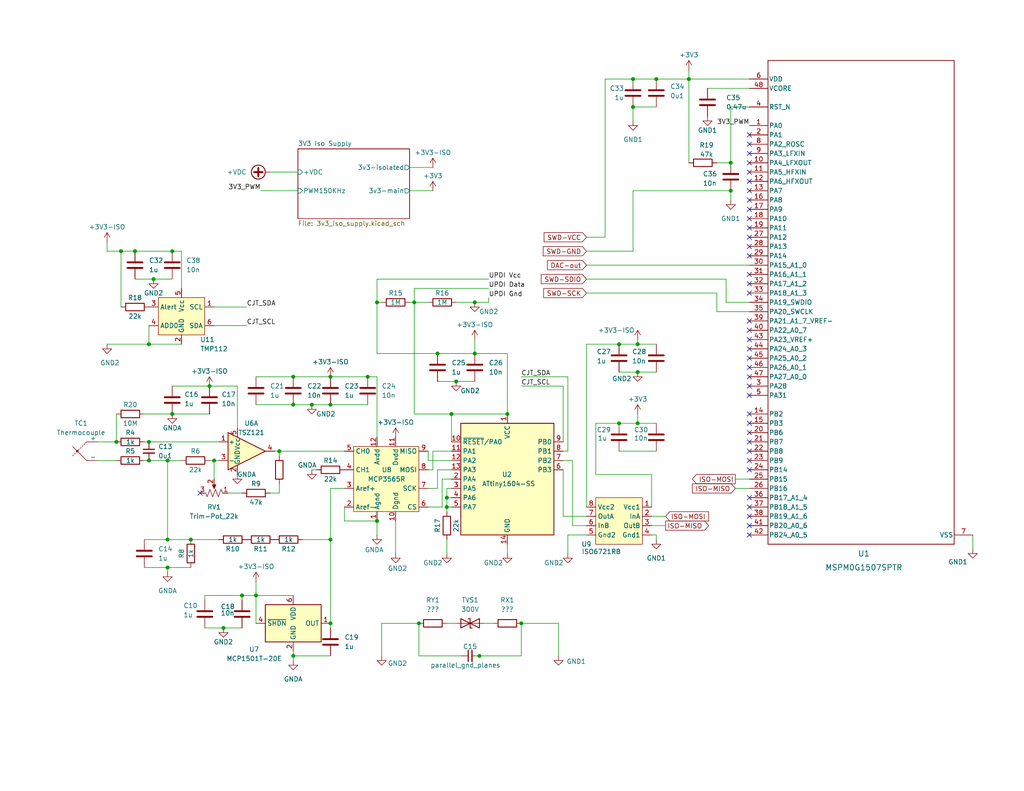
<source format=kicad_sch>
(kicad_sch (version 20231120) (generator "eeschema") (generator_version "8.0")
  (paper "USLetter")
  (lib_symbols
    (symbol "Amplifier_Operational:TSV912IDT" (pin_names (offset 0.127))
      (property "Reference" "U6" (at 1.27 7.62 0))
      (property "Value" "TSZ121" (at 1.27 5.08 0))
      (symbol "TSV912IDT_1_1"
        (polyline (pts (xy -5.08 5.08) (xy 5.08 0) (xy -5.08 -5.08) (xy -5.08 5.08)) (stroke (width 0.254)) (fill (type background)))
        (pin input line (at -7.62 2.54 0) (length 2.54) (name "+") (number "1"))
        (pin power_in line (at -2.54 -6.35 90) (length 2.54) (name "GND") (number "2"))
        (pin input line (at -7.62 -2.54 0) (length 2.54) (name "-") (number "3"))
        (pin output line (at 7.62 0 180) (length 2.54) (name "~") (number "4"))
        (pin power_in line (at -2.54 6.35 270) (length 2.54) (name "Vcc") (number "5"))
      )
      (symbol "TSV912IDT_2_1"
        (polyline (pts (xy -5.08 5.08) (xy 5.08 0) (xy -5.08 -5.08) (xy -5.08 5.08)) (stroke (width 0.254)) (fill (type background)))
        (pin input line (at -7.62 2.54 0) (length 2.54) (name "+") (number "5"))
        (pin input line (at -7.62 -2.54 0) (length 2.54) (name "-") (number "6"))
        (pin output line (at 7.62 0 180) (length 2.54) (name "~") (number "7"))
      )
      (symbol "TSV912IDT_3_1"
        (pin power_in line (at -2.54 -7.62 90) (length 3.81) (name "V-") (number "4"))
        (pin power_in line (at -2.54 7.62 270) (length 3.81) (name "V+") (number "8"))
      )
    )
    (symbol "Custom_parts:ISO6721RB"
      (property "Reference" "U?" (at 0 11.43 0))
      (property "Value" "ISO6721RB" (at 0 8.89 0))
      (symbol "ISO6721RB_0_1"
        (rectangle (start -6.35 6.35) (end 6.35 -6.35) (fill (type background)))
      )
      (symbol "ISO6721RB_1_1"
        (pin power_in line (at -8.89 3.81 0) (length 2.54) (name "Vcc1") (number "1"))
        (pin input line (at -8.89 1.27 0) (length 2.54) (name "InA") (number "2"))
        (pin input line (at -8.89 -1.27 0) (length 2.54) (name "OutB") (number "3"))
        (pin power_in line (at -8.89 -3.81 0) (length 2.54) (name "Gnd1") (number "4"))
        (pin power_in line (at 8.89 -3.81 180) (length 2.54) (name "Gnd2") (number "5"))
        (pin input line (at 8.89 -1.27 180) (length 2.54) (name "InB") (number "6"))
        (pin output line (at 8.89 1.27 180) (length 2.54) (name "OutA") (number "7"))
        (pin power_in line (at 8.89 3.81 180) (length 2.54) (name "Vcc2") (number "8"))
      )
    )
    (symbol "Custom_parts:MCP3565R"
      (property "Reference" "U8" (at 4.5594 13.97 0))
      (property "Value" "MCP3565R" (at 4.5594 11.43 0))
      (symbol "MCP3565R_0_1"
        (rectangle (start -8.89 8.89) (end 8.89 -8.89) (fill (type background)))
      )
      (symbol "MCP3565R_1_1"
        (pin power_in line (at -2.54 -11.43 90) (length 2.54) (name "Agnd") (number "1"))
        (pin power_in line (at 2.54 -11.43 90) (length 2.54) (name "Dgnd") (number "10"))
        (pin power_in line (at 2.54 11.43 270) (length 2.54) (name "Dvdd") (number "11"))
        (pin power_in line (at -2.54 11.43 270) (length 2.54) (name "Avdd") (number "12"))
        (pin input line (at -11.43 -7.62 0) (length 2.54) (name "Aref-") (number "2"))
        (pin input line (at -11.43 -2.54 0) (length 2.54) (name "Aref+") (number "3"))
        (pin input line (at -11.43 2.54 0) (length 2.54) (name "CH1") (number "4"))
        (pin input line (at -11.43 7.62 0) (length 2.54) (name "CH0") (number "5"))
        (pin input line (at 11.43 -7.62 180) (length 2.54) (name "CS") (number "6"))
        (pin input line (at 11.43 -2.54 180) (length 2.54) (name "SCK") (number "7"))
        (pin input line (at 11.43 2.54 180) (length 2.54) (name "MOSI") (number "8"))
        (pin output line (at 11.43 7.62 180) (length 2.54) (name "MISO") (number "9"))
      )
    )
    (symbol "Custom_parts:TMP112"
      (property "Reference" "U" (at 5.08 8.89 0))
      (property "Value" "TMP112" (at 5.08 6.35 0))
      (symbol "TMP112_0_1"
        (rectangle (start -6.35 5.08) (end 6.35 -5.08) (fill (type background)))
      )
      (symbol "TMP112_1_1"
        (pin bidirectional line (at 8.89 2.54 180) (length 2.54) (name "SCL") (number "1"))
        (pin power_in line (at 0 -7.62 90) (length 2.54) (name "GND") (number "2"))
        (pin output line (at -8.89 2.54 0) (length 2.54) (name "Alert") (number "3"))
        (pin input line (at -8.89 -2.54 0) (length 2.54) (name "ADD0") (number "4"))
        (pin power_in line (at 0 7.62 270) (length 2.54) (name "Vcc") (number "5"))
        (pin bidirectional line (at 8.89 -2.54 180) (length 2.54) (name "SDA") (number "6"))
      )
    )
    (symbol "Device:C" (pin_numbers hide) (pin_names (offset 0.254))
      (property "Reference" "C" (at 0.635 2.54 0))
      (property "Value" "C" (at 0.635 -2.54 0))
      (symbol "C_0_1"
        (polyline (pts (xy -2.032 -0.762) (xy 2.032 -0.762)) (stroke (width 0.508)))
        (polyline (pts (xy -2.032 0.762) (xy 2.032 0.762)) (stroke (width 0.508)))
      )
      (symbol "C_1_1"
        (pin passive line (at 0 3.81 270) (length 2.794) (name "~") (number "1"))
        (pin passive line (at 0 -3.81 90) (length 2.794) (name "~") (number "2"))
      )
    )
    (symbol "Device:C_Small" (pin_numbers hide) (pin_names (offset 0.254) hide)
      (property "Reference" "C" (at 0.254 1.778 0))
      (property "Value" "C_Small" (at 0.254 -2.032 0))
      (symbol "C_Small_0_1"
        (polyline (pts (xy -1.524 -0.508) (xy 1.524 -0.508)) (stroke (width 0.3302)))
        (polyline (pts (xy -1.524 0.508) (xy 1.524 0.508)) (stroke (width 0.3048)))
      )
      (symbol "C_Small_1_1"
        (pin passive line (at 0 2.54 270) (length 2.032) (name "~") (number "1"))
        (pin passive line (at 0 -2.54 90) (length 2.032) (name "~") (number "2"))
      )
    )
    (symbol "Device:D_TVS" (pin_numbers hide) (pin_names (offset 1.016) hide)
      (property "Reference" "D" (at 0 2.54 0))
      (property "Value" "D_TVS" (at 0 -2.54 0))
      (symbol "D_TVS_0_1"
        (polyline (pts (xy 1.27 0) (xy -1.27 0)))
        (polyline (pts (xy 0.508 1.27) (xy 0 1.27) (xy 0 -1.27) (xy -0.508 -1.27)) (stroke (width 0.254)))
        (polyline (pts (xy -2.54 1.27) (xy -2.54 -1.27) (xy 2.54 1.27) (xy 2.54 -1.27) (xy -2.54 1.27)) (stroke (width 0.254)))
      )
      (symbol "D_TVS_1_1"
        (pin passive line (at -3.81 0 0) (length 2.54) (name "A1") (number "1"))
        (pin passive line (at 3.81 0 180) (length 2.54) (name "A2") (number "2"))
      )
    )
    (symbol "Device:R" (pin_numbers hide) (pin_names (offset 0))
      (property "Reference" "R" (at 2.032 0 90))
      (property "Value" "R" (at 0 0 90))
      (symbol "R_0_1"
        (rectangle (start -1.016 -2.54) (end 1.016 2.54) (stroke (width 0.254)))
      )
      (symbol "R_1_1"
        (pin passive line (at 0 3.81 270) (length 1.27) (name "~") (number "1"))
        (pin passive line (at 0 -3.81 90) (length 1.27) (name "~") (number "2"))
      )
    )
    (symbol "Device:R_Potentiometer_US" (pin_names (offset 1.016) hide)
      (property "Reference" "RV" (at -4.445 0 90))
      (property "Value" "R_Potentiometer_US" (at -2.54 0 90))
      (symbol "R_Potentiometer_US_0_1"
        (polyline (pts (xy 0 -2.286) (xy 0 -2.54)))
        (polyline (pts (xy 0 2.54) (xy 0 2.286)))
        (polyline (pts (xy 2.54 0) (xy 1.524 0)))
        (polyline (pts (xy 1.143 0) (xy 2.286 0.508) (xy 2.286 -0.508) (xy 1.143 0)) (fill (type outline)))
        (polyline (pts (xy 0 -0.762) (xy 1.016 -1.143) (xy 0 -1.524) (xy -1.016 -1.905) (xy 0 -2.286)))
        (polyline (pts (xy 0 0.762) (xy 1.016 0.381) (xy 0 0) (xy -1.016 -0.381) (xy 0 -0.762)))
        (polyline (pts (xy 0 2.286) (xy 1.016 1.905) (xy 0 1.524) (xy -1.016 1.143) (xy 0 0.762)))
      )
      (symbol "R_Potentiometer_US_1_1"
        (pin passive line (at 0 3.81 270) (length 1.27) (name "1") (number "1"))
        (pin passive line (at 3.81 0 180) (length 1.27) (name "2") (number "2"))
        (pin passive line (at 0 -3.81 90) (length 1.27) (name "3") (number "3"))
      )
    )
    (symbol "Device:Thermocouple" (pin_numbers hide) (pin_names (offset 0))
      (property "Reference" "TC" (at -3.048 3.81 0))
      (property "Value" "Thermocouple" (at -5.08 -4.064 0))
      (symbol "Thermocouple_0_1"
        (circle (center -3.048 0) (radius 0.254) (fill (type outline)))
        (polyline (pts (xy -4.064 -1.016) (xy -4.318 -1.27)))
        (polyline (pts (xy -3.556 -0.508) (xy -3.81 -0.762)))
        (polyline (pts (xy -3.048 0) (xy -3.302 -0.254)))
        (polyline (pts (xy -2.54 0.508) (xy -2.794 0.254)))
        (polyline (pts (xy -2.032 1.016) (xy -2.286 0.762)))
        (polyline (pts (xy -1.524 1.524) (xy -1.778 1.27)))
        (polyline (pts (xy -1.016 2.032) (xy -1.27 1.778)))
        (polyline (pts (xy -0.508 2.54) (xy -0.762 2.286)))
        (polyline (pts (xy 0 -2.54) (xy -0.254 -2.54)))
        (polyline (pts (xy 0 2.54) (xy -0.508 2.54)))
        (polyline (pts (xy 0.254 -2.54) (xy -0.508 -2.54) (xy -4.318 1.27)))
      )
      (symbol "Thermocouple_1_1"
        (pin passive line (at 2.54 2.54 180) (length 2.54) (name "+") (number "1"))
        (pin passive line (at 2.54 -2.54 180) (length 2.54) (name "-") (number "2"))
      )
    )
    (symbol "MCU_Microchip_ATtiny:ATtiny1604-SS"
      (property "Reference" "U" (at -12.7 16.51 0))
      (property "Value" "ATtiny1604-SS" (at 2.54 -16.51 0))
      (symbol "ATtiny1604-SS_0_1"
        (rectangle (start -12.7 -15.24) (end 12.7 15.24) (stroke (width 0.254)) (fill (type background)))
      )
      (symbol "ATtiny1604-SS_1_1"
        (pin power_in line (at 0 17.78 270) (length 2.54) (name "VCC") (number "1"))
        (pin bidirectional line (at 15.24 10.16 180) (length 2.54) (name "~{RESET}/PA0") (number "10"))
        (pin bidirectional line (at 15.24 7.62 180) (length 2.54) (name "PA1") (number "11"))
        (pin bidirectional line (at 15.24 5.08 180) (length 2.54) (name "PA2") (number "12"))
        (pin bidirectional line (at 15.24 2.54 180) (length 2.54) (name "PA3") (number "13"))
        (pin power_in line (at 0 -17.78 90) (length 2.54) (name "GND") (number "14"))
        (pin bidirectional line (at 15.24 0 180) (length 2.54) (name "PA4") (number "2"))
        (pin bidirectional line (at 15.24 -2.54 180) (length 2.54) (name "PA5") (number "3"))
        (pin bidirectional line (at 15.24 -5.08 180) (length 2.54) (name "PA6") (number "4"))
        (pin bidirectional line (at 15.24 -7.62 180) (length 2.54) (name "PA7") (number "5"))
        (pin bidirectional line (at -15.24 2.54 0) (length 2.54) (name "PB3") (number "6"))
        (pin bidirectional line (at -15.24 5.08 0) (length 2.54) (name "PB2") (number "7"))
        (pin bidirectional line (at -15.24 7.62 0) (length 2.54) (name "PB1") (number "8"))
        (pin bidirectional line (at -15.24 10.16 0) (length 2.54) (name "PB0") (number "9"))
      )
    )
    (symbol "MSPM0G1507SPTR:MSPM0G1507SPTR" (pin_names (offset 0.254))
      (property "Reference" "U" (at 0 2.54 0))
      (property "Value" "MSPM0G1507SPTR" (at 0 0 0))
      (symbol "MSPM0G1507SPTR_0_1"
        (polyline (pts (xy 5.08 -127) (xy 55.88 -127)) (stroke (width 0.2032)))
        (polyline (pts (xy 5.08 5.08) (xy 5.08 -127)) (stroke (width 0.2032)))
        (polyline (pts (xy 55.88 -127) (xy 55.88 5.08)) (stroke (width 0.2032)))
        (polyline (pts (xy 55.88 5.08) (xy 5.08 5.08)) (stroke (width 0.2032)))
        (pin bidirectional line (at 0 -12.7 0) (length 5.08) (name "PA0") (number "1"))
        (pin bidirectional line (at 0 -22.86 0) (length 5.08) (name "PA4_LFXOUT") (number "10"))
        (pin bidirectional line (at 0 -25.4 0) (length 5.08) (name "PA5_HFXIN") (number "11"))
        (pin bidirectional line (at 0 -27.94 0) (length 5.08) (name "PA6_HFXOUT") (number "12"))
        (pin bidirectional line (at 0 -30.48 0) (length 5.08) (name "PA7") (number "13"))
        (pin bidirectional line (at 0 -91.44 0) (length 5.08) (name "PB2") (number "14"))
        (pin bidirectional line (at 0 -93.98 0) (length 5.08) (name "PB3") (number "15"))
        (pin bidirectional line (at 0 -33.02 0) (length 5.08) (name "PA8") (number "16"))
        (pin bidirectional line (at 0 -35.56 0) (length 5.08) (name "PA9") (number "17"))
        (pin bidirectional line (at 0 -38.1 0) (length 5.08) (name "PA10") (number "18"))
        (pin bidirectional line (at 0 -40.64 0) (length 5.08) (name "PA11") (number "19"))
        (pin bidirectional line (at 0 -15.24 0) (length 5.08) (name "PA1") (number "2"))
        (pin bidirectional line (at 0 -96.52 0) (length 5.08) (name "PB6") (number "20"))
        (pin bidirectional line (at 0 -99.06 0) (length 5.08) (name "PB7") (number "21"))
        (pin bidirectional line (at 0 -101.6 0) (length 5.08) (name "PB8") (number "22"))
        (pin bidirectional line (at 0 -104.14 0) (length 5.08) (name "PB9") (number "23"))
        (pin bidirectional line (at 0 -106.68 0) (length 5.08) (name "PB14") (number "24"))
        (pin bidirectional line (at 0 -109.22 0) (length 5.08) (name "PB15") (number "25"))
        (pin bidirectional line (at 0 -111.76 0) (length 5.08) (name "PB16") (number "26"))
        (pin bidirectional line (at 0 -43.18 0) (length 5.08) (name "PA12") (number "27"))
        (pin bidirectional line (at 0 -45.72 0) (length 5.08) (name "PA13") (number "28"))
        (pin bidirectional line (at 0 -48.26 0) (length 5.08) (name "PA14") (number "29"))
        (pin bidirectional line (at 0 -83.82 0) (length 5.08) (name "PA28") (number "3"))
        (pin bidirectional line (at 0 -50.8 0) (length 5.08) (name "PA15_A1_0") (number "30"))
        (pin bidirectional line (at 0 -53.34 0) (length 5.08) (name "PA16_A1_1") (number "31"))
        (pin bidirectional line (at 0 -55.88 0) (length 5.08) (name "PA17_A1_2") (number "32"))
        (pin bidirectional line (at 0 -58.42 0) (length 5.08) (name "PA18_A1_3") (number "33"))
        (pin bidirectional line (at 0 -60.96 0) (length 5.08) (name "PA19_SWDIO") (number "34"))
        (pin bidirectional line (at 0 -63.5 0) (length 5.08) (name "PA20_SWCLK") (number "35"))
        (pin bidirectional line (at 0 -114.3 0) (length 5.08) (name "PB17_A1_4") (number "36"))
        (pin bidirectional line (at 0 -116.84 0) (length 5.08) (name "PB18_A1_5") (number "37"))
        (pin bidirectional line (at 0 -119.38 0) (length 5.08) (name "PB19_A1_6") (number "38"))
        (pin bidirectional line (at 0 -66.04 0) (length 5.08) (name "PA21_A1_7_VREF-") (number "39"))
        (pin input line (at 0 -7.62 0) (length 5.08) (name "RST_N") (number "4"))
        (pin bidirectional line (at 0 -68.58 0) (length 5.08) (name "PA22_A0_7") (number "40"))
        (pin bidirectional line (at 0 -121.92 0) (length 5.08) (name "PB20_A0_6") (number "41"))
        (pin bidirectional line (at 0 -124.46 0) (length 5.08) (name "PB24_A0_5") (number "42"))
        (pin bidirectional line (at 0 -71.12 0) (length 5.08) (name "PA23_VREF+") (number "43"))
        (pin bidirectional line (at 0 -73.66 0) (length 5.08) (name "PA24_A0_3") (number "44"))
        (pin bidirectional line (at 0 -76.2 0) (length 5.08) (name "PA25_A0_2") (number "45"))
        (pin bidirectional line (at 0 -78.74 0) (length 5.08) (name "PA26_A0_1") (number "46"))
        (pin bidirectional line (at 0 -81.28 0) (length 5.08) (name "PA27_A0_0") (number "47"))
        (pin power_in line (at 0 -2.54 0) (length 5.08) (name "VCORE") (number "48"))
        (pin bidirectional line (at 0 -86.36 0) (length 5.08) (name "PA31") (number "5"))
        (pin power_in line (at 0 0 0) (length 5.08) (name "VDD") (number "6"))
        (pin power_in line (at 60.96 -124.46 180) (length 5.08) (name "VSS") (number "7"))
        (pin bidirectional line (at 0 -17.78 0) (length 5.08) (name "PA2_ROSC") (number "8"))
        (pin bidirectional line (at 0 -20.32 0) (length 5.08) (name "PA3_LFXIN") (number "9"))
      )
    )
    (symbol "Reference_Voltage:MCP1501-10xCH"
      (property "Reference" "U" (at -6.35 6.35 0))
      (property "Value" "MCP1501-10xCH" (at 10.16 6.35 0))
      (symbol "MCP1501-10xCH_0_0"
        (pin power_out line (at 10.16 0 180) (length 2.54) (name "OUT") (number "1"))
        (pin power_in line (at 0 -7.62 90) (length 2.54) (name "GND") (number "2"))
        (pin passive line (at 0 -7.62 90) (length 2.54) hide (name "GND") (number "3"))
        (pin input line (at -10.16 0 0) (length 2.54) (name "~{SHDN}") (number "4"))
        (pin passive line (at 0 -7.62 90) (length 2.54) hide (name "GND") (number "5"))
        (pin power_in line (at 0 7.62 270) (length 2.54) (name "VDD") (number "6"))
      )
      (symbol "MCP1501-10xCH_0_1"
        (rectangle (start -7.62 5.08) (end 7.62 -5.08) (stroke (width 0.254)) (fill (type background)))
      )
    )
    (symbol "power:+3V3" (power) (pin_numbers hide) (pin_names (offset 0) hide)
      (property "Value" "+3V3" (at 0 3.556 0))
      (symbol "+3V3_0_1"
        (polyline (pts (xy -0.762 1.27) (xy 0 2.54)))
        (polyline (pts (xy 0 0) (xy 0 2.54)))
        (polyline (pts (xy 0 2.54) (xy 0.762 1.27)))
      )
      (symbol "+3V3_1_1"
        (pin power_in line (at 0 0 90) (length 0) (name "~") (number "1"))
      )
    )
    (symbol "power:+VDC" (power) (pin_names (offset 0))
      (property "Value" "+VDC" (at 0 6.35 0))
      (symbol "+VDC_0_1"
        (polyline (pts (xy -1.143 3.175) (xy 1.143 3.175)) (stroke (width 0.508)))
        (polyline (pts (xy 0 0) (xy 0 1.27)))
        (polyline (pts (xy 0 2.032) (xy 0 4.318)) (stroke (width 0.508)))
        (circle (center 0 3.175) (radius 1.905) (stroke (width 0.254)))
      )
      (symbol "+VDC_1_1"
        (pin power_in line (at 0 0 90) (length 0) hide (name "+VDC") (number "1"))
      )
    )
    (symbol "power:GND1" (power) (pin_names (offset 0))
      (property "Value" "GND1" (at 0 -3.81 0))
      (symbol "GND1_0_1"
        (polyline (pts (xy 0 0) (xy 0 -1.27) (xy 1.27 -1.27) (xy 0 -2.54) (xy -1.27 -1.27) (xy 0 -1.27)))
      )
      (symbol "GND1_1_1"
        (pin power_in line (at 0 0 270) (length 0) hide (name "GND1") (number "1"))
      )
    )
    (symbol "power:GND2" (power) (pin_names (offset 0))
      (property "Value" "GND2" (at 0 -3.81 0))
      (symbol "GND2_0_1"
        (polyline (pts (xy 0 0) (xy 0 -1.27) (xy 1.27 -1.27) (xy 0 -2.54) (xy -1.27 -1.27) (xy 0 -1.27)))
      )
      (symbol "GND2_1_1"
        (pin power_in line (at 0 0 270) (length 0) hide (name "GND2") (number "1"))
      )
    )
    (symbol "power:GNDA" (power) (pin_names (offset 0))
      (property "Value" "GNDA" (at 0 -3.81 0))
      (symbol "GNDA_0_1"
        (polyline (pts (xy 0 0) (xy 0 -1.27) (xy 1.27 -1.27) (xy 0 -2.54) (xy -1.27 -1.27) (xy 0 -1.27)))
      )
      (symbol "GNDA_1_1"
        (pin power_in line (at 0 0 270) (length 0) hide (name "GNDA") (number "1"))
      )
    )
  )
  (junction (at 85.09 110.49))
  (junction (at 199.39 52.07))
  (junction (at 102.87 142.24))
  (junction (at 40.64 120.65))
  (junction (at 114.3 170.18))
  (junction (at 129.54 82.55))
  (junction (at 179.07 21.59))
  (junction (at 130.81 179.07))
  (junction (at 52.07 147.32))
  (junction (at 41.91 76.2))
  (junction (at 100.33 102.87))
  (junction (at 90.17 102.87))
  (junction (at 173.99 93.98))
  (junction (at 57.15 105.41))
  (junction (at 58.42 125.73))
  (junction (at 187.96 21.59))
  (junction (at 121.92 135.89))
  (junction (at 45.72 125.73))
  (junction (at 31.75 120.65))
  (junction (at 46.99 68.58))
  (junction (at 199.39 44.45))
  (junction (at 40.64 125.73))
  (junction (at 40.64 93.98))
  (junction (at 90.17 110.49))
  (junction (at 46.99 113.03))
  (junction (at 113.03 82.55))
  (junction (at 90.17 147.32))
  (junction (at 80.01 102.87))
  (junction (at 168.91 115.57))
  (junction (at 80.01 179.07))
  (junction (at 102.87 82.55))
  (junction (at 124.46 104.14))
  (junction (at 90.17 170.18))
  (junction (at 142.24 170.18))
  (junction (at 45.72 154.94))
  (junction (at 60.96 171.45))
  (junction (at 80.01 110.49))
  (junction (at 66.04 162.56))
  (junction (at 69.85 162.56))
  (junction (at 119.38 96.52))
  (junction (at 129.54 96.52))
  (junction (at 172.72 21.59))
  (junction (at 76.2 123.19))
  (junction (at 138.43 113.03))
  (junction (at 173.99 101.6))
  (junction (at 168.91 93.98))
  (junction (at 45.72 147.32))
  (junction (at 33.02 68.58))
  (junction (at 121.92 138.43))
  (junction (at 36.83 68.58))
  (junction (at 173.99 115.57))
  (junction (at 172.72 29.21))
  (junction (at 123.19 113.03))
  (no_connect (at 204.47 118.11))
  (no_connect (at 204.47 90.17))
  (no_connect (at 204.47 107.95))
  (no_connect (at 204.47 36.83))
  (no_connect (at 204.47 92.71))
  (no_connect (at 204.47 123.19))
  (no_connect (at 204.47 54.61))
  (no_connect (at 204.47 77.47))
  (no_connect (at 204.47 57.15))
  (no_connect (at 204.47 39.37))
  (no_connect (at 204.47 113.03))
  (no_connect (at 204.47 100.33))
  (no_connect (at 204.47 62.23))
  (no_connect (at 204.47 95.25))
  (no_connect (at 204.47 74.93))
  (no_connect (at 204.47 128.27))
  (no_connect (at 204.47 115.57))
  (no_connect (at 204.47 46.99))
  (no_connect (at 204.47 80.01))
  (no_connect (at 204.47 49.53))
  (no_connect (at 204.47 146.05))
  (no_connect (at 204.47 138.43))
  (no_connect (at 204.47 135.89))
  (no_connect (at 204.47 41.91))
  (no_connect (at 204.47 102.87))
  (no_connect (at 204.47 44.45))
  (no_connect (at 54.61 134.62))
  (no_connect (at 204.47 52.07))
  (no_connect (at 204.47 67.31))
  (no_connect (at 204.47 97.79))
  (no_connect (at 204.47 69.85))
  (no_connect (at 204.47 105.41))
  (no_connect (at 204.47 125.73))
  (no_connect (at 204.47 59.69))
  (no_connect (at 204.47 64.77))
  (no_connect (at 204.47 140.97))
  (no_connect (at 204.47 87.63))
  (no_connect (at 204.47 143.51))
  (no_connect (at 204.47 120.65))
  (wire (pts (xy 121.92 147.32) (xy 121.92 151.13)))
  (wire (pts (xy 123.19 113.03) (xy 123.19 120.65)))
  (wire (pts (xy 118.11 123.19) (xy 123.19 123.19)))
  (wire (pts (xy 179.07 21.59) (xy 187.96 21.59)))
  (wire (pts (xy 102.87 146.05) (xy 102.87 142.24)))
  (wire (pts (xy 46.99 113.03) (xy 57.15 113.03)))
  (wire (pts (xy 69.85 162.56) (xy 69.85 158.75)))
  (wire (pts (xy 90.17 133.35) (xy 90.17 147.32)))
  (wire (pts (xy 93.98 142.24) (xy 102.87 142.24)))
  (wire (pts (xy 153.67 128.27) (xy 153.67 140.97)))
  (wire (pts (xy 45.72 125.73) (xy 49.53 125.73)))
  (wire (pts (xy 90.17 171.45) (xy 90.17 170.18)))
  (wire (pts (xy 138.43 113.03) (xy 138.43 96.52)))
  (wire (pts (xy 102.87 82.55) (xy 102.87 76.2)))
  (wire (pts (xy 116.84 125.73) (xy 123.19 125.73)))
  (wire (pts (xy 160.02 146.05) (xy 154.94 146.05)))
  (wire (pts (xy 152.4 179.07) (xy 152.4 170.18)))
  (wire (pts (xy 116.84 138.43) (xy 120.65 138.43)))
  (wire (pts (xy 40.64 125.73) (xy 45.72 125.73)))
  (wire (pts (xy 36.83 68.58) (xy 46.99 68.58)))
  (wire (pts (xy 45.72 154.94) (xy 45.72 156.21)))
  (wire (pts (xy 265.43 149.86) (xy 265.43 146.05)))
  (wire (pts (xy 57.15 105.41) (xy 64.77 105.41)))
  (wire (pts (xy 31.75 113.03) (xy 31.75 120.65)))
  (wire (pts (xy 179.07 21.59) (xy 172.72 21.59)))
  (wire (pts (xy 58.42 125.73) (xy 59.69 125.73)))
  (wire (pts (xy 69.85 102.87) (xy 80.01 102.87)))
  (wire (pts (xy 33.02 83.82) (xy 33.02 68.58)))
  (wire (pts (xy 121.92 135.89) (xy 123.19 135.89)))
  (wire (pts (xy 124.46 170.18) (xy 121.92 170.18)))
  (wire (pts (xy 130.81 179.07) (xy 142.24 179.07)))
  (wire (pts (xy 26.67 120.65) (xy 31.75 120.65)))
  (wire (pts (xy 113.03 82.55) (xy 113.03 78.74)))
  (wire (pts (xy 113.03 113.03) (xy 123.19 113.03)))
  (wire (pts (xy 55.88 171.45) (xy 60.96 171.45)))
  (wire (pts (xy 39.37 113.03) (xy 46.99 113.03)))
  (wire (pts (xy 55.88 162.56) (xy 55.88 163.83)))
  (wire (pts (xy 40.64 120.65) (xy 59.69 120.65)))
  (wire (pts (xy 168.91 115.57) (xy 173.99 115.57)))
  (wire (pts (xy 49.53 68.58) (xy 46.99 68.58)))
  (wire (pts (xy 154.94 102.87) (xy 142.24 102.87)))
  (wire (pts (xy 121.92 135.89) (xy 121.92 138.43)))
  (wire (pts (xy 121.92 138.43) (xy 121.92 139.7)))
  (wire (pts (xy 120.65 138.43) (xy 120.65 130.81)))
  (wire (pts (xy 107.95 142.24) (xy 107.95 151.13)))
  (wire (pts (xy 162.56 115.57) (xy 168.91 115.57)))
  (wire (pts (xy 66.04 162.56) (xy 69.85 162.56)))
  (wire (pts (xy 173.99 101.6) (xy 179.07 101.6)))
  (wire (pts (xy 80.01 110.49) (xy 85.09 110.49)))
  (wire (pts (xy 114.3 179.07) (xy 114.3 170.18)))
  (wire (pts (xy 46.99 105.41) (xy 57.15 105.41)))
  (wire (pts (xy 154.94 102.87) (xy 154.94 123.19)))
  (wire (pts (xy 193.04 24.13) (xy 204.47 24.13)))
  (wire (pts (xy 113.03 78.74) (xy 133.35 78.74)))
  (wire (pts (xy 195.58 80.01) (xy 195.58 85.09)))
  (wire (pts (xy 49.53 78.74) (xy 49.53 68.58)))
  (wire (pts (xy 119.38 133.35) (xy 119.38 128.27)))
  (wire (pts (xy 80.01 179.07) (xy 80.01 177.8)))
  (wire (pts (xy 119.38 128.27) (xy 123.19 128.27)))
  (wire (pts (xy 177.8 129.54) (xy 162.56 129.54)))
  (wire (pts (xy 111.76 82.55) (xy 113.03 82.55)))
  (wire (pts (xy 102.87 96.52) (xy 119.38 96.52)))
  (wire (pts (xy 154.94 146.05) (xy 154.94 151.13)))
  (wire (pts (xy 76.2 134.62) (xy 76.2 132.08)))
  (wire (pts (xy 172.72 68.58) (xy 172.72 52.07)))
  (wire (pts (xy 40.64 93.98) (xy 49.53 93.98)))
  (wire (pts (xy 187.96 21.59) (xy 204.47 21.59)))
  (wire (pts (xy 123.19 113.03) (xy 138.43 113.03)))
  (wire (pts (xy 187.96 19.05) (xy 187.96 21.59)))
  (wire (pts (xy 69.85 162.56) (xy 69.85 170.18)))
  (wire (pts (xy 104.14 82.55) (xy 102.87 82.55)))
  (wire (pts (xy 133.35 81.28) (xy 133.35 82.55)))
  (wire (pts (xy 73.66 46.99) (xy 81.28 46.99)))
  (wire (pts (xy 154.94 123.19) (xy 153.67 123.19)))
  (wire (pts (xy 177.8 143.51) (xy 181.61 143.51)))
  (wire (pts (xy 142.24 179.07) (xy 142.24 170.18)))
  (wire (pts (xy 142.24 105.41) (xy 153.67 105.41)))
  (wire (pts (xy 179.07 147.32) (xy 179.07 146.05)))
  (wire (pts (xy 195.58 44.45) (xy 199.39 44.45)))
  (wire (pts (xy 160.02 93.98) (xy 168.91 93.98)))
  (wire (pts (xy 39.37 154.94) (xy 45.72 154.94)))
  (wire (pts (xy 39.37 147.32) (xy 45.72 147.32)))
  (wire (pts (xy 132.08 170.18) (xy 134.62 170.18)))
  (wire (pts (xy 29.21 68.58) (xy 29.21 66.04)))
  (wire (pts (xy 58.42 130.81) (xy 58.42 125.73)))
  (wire (pts (xy 172.72 29.21) (xy 172.72 33.02)))
  (wire (pts (xy 173.99 92.71) (xy 173.99 93.98)))
  (wire (pts (xy 179.07 146.05) (xy 177.8 146.05)))
  (wire (pts (xy 160.02 72.39) (xy 204.47 72.39)))
  (wire (pts (xy 121.92 138.43) (xy 123.19 138.43)))
  (wire (pts (xy 45.72 125.73) (xy 45.72 147.32)))
  (wire (pts (xy 116.84 128.27) (xy 118.11 128.27)))
  (wire (pts (xy 160.02 64.77) (xy 165.1 64.77)))
  (wire (pts (xy 102.87 96.52) (xy 102.87 82.55)))
  (wire (pts (xy 41.91 76.2) (xy 46.99 76.2)))
  (wire (pts (xy 113.03 113.03) (xy 113.03 82.55)))
  (wire (pts (xy 40.64 88.9) (xy 40.64 93.98)))
  (wire (pts (xy 104.14 170.18) (xy 114.3 170.18)))
  (wire (pts (xy 165.1 64.77) (xy 165.1 21.59)))
  (wire (pts (xy 200.66 133.35) (xy 204.47 133.35)))
  (wire (pts (xy 125.73 179.07) (xy 114.3 179.07)))
  (wire (pts (xy 36.83 76.2) (xy 41.91 76.2)))
  (wire (pts (xy 116.84 133.35) (xy 119.38 133.35)))
  (wire (pts (xy 138.43 96.52) (xy 129.54 96.52)))
  (wire (pts (xy 156.21 143.51) (xy 160.02 143.51)))
  (wire (pts (xy 173.99 93.98) (xy 179.07 93.98)))
  (wire (pts (xy 93.98 138.43) (xy 93.98 142.24)))
  (wire (pts (xy 199.39 54.61) (xy 199.39 52.07)))
  (wire (pts (xy 39.37 120.65) (xy 40.64 120.65)))
  (wire (pts (xy 39.37 125.73) (xy 40.64 125.73)))
  (wire (pts (xy 124.46 82.55) (xy 129.54 82.55)))
  (wire (pts (xy 168.91 123.19) (xy 179.07 123.19)))
  (wire (pts (xy 177.8 129.54) (xy 177.8 138.43)))
  (wire (pts (xy 102.87 102.87) (xy 100.33 102.87)))
  (wire (pts (xy 156.21 125.73) (xy 156.21 143.51)))
  (wire (pts (xy 33.02 68.58) (xy 36.83 68.58)))
  (wire (pts (xy 133.35 76.2) (xy 102.87 76.2)))
  (wire (pts (xy 76.2 123.19) (xy 93.98 123.19)))
  (wire (pts (xy 82.55 147.32) (xy 90.17 147.32)))
  (wire (pts (xy 55.88 162.56) (xy 66.04 162.56)))
  (wire (pts (xy 187.96 21.59) (xy 187.96 44.45)))
  (wire (pts (xy 119.38 104.14) (xy 124.46 104.14)))
  (wire (pts (xy 80.01 180.34) (xy 80.01 179.07)))
  (wire (pts (xy 85.09 110.49) (xy 90.17 110.49)))
  (wire (pts (xy 181.61 140.97) (xy 177.8 140.97)))
  (wire (pts (xy 64.77 105.41) (xy 64.77 116.84)))
  (wire (pts (xy 124.46 104.14) (xy 129.54 104.14)))
  (wire (pts (xy 129.54 179.07) (xy 130.81 179.07)))
  (wire (pts (xy 104.14 179.07) (xy 104.14 170.18)))
  (wire (pts (xy 129.54 82.55) (xy 133.35 82.55)))
  (wire (pts (xy 45.72 147.32) (xy 52.07 147.32)))
  (wire (pts (xy 142.24 170.18) (xy 152.4 170.18)))
  (wire (pts (xy 76.2 123.19) (xy 74.93 123.19)))
  (wire (pts (xy 173.99 113.03) (xy 173.99 115.57)))
  (wire (pts (xy 204.47 29.21) (xy 199.39 29.21)))
  (wire (pts (xy 204.47 130.81) (xy 200.66 130.81)))
  (wire (pts (xy 198.12 76.2) (xy 198.12 82.55)))
  (wire (pts (xy 52.07 147.32) (xy 59.69 147.32)))
  (wire (pts (xy 73.66 134.62) (xy 76.2 134.62)))
  (wire (pts (xy 160.02 138.43) (xy 160.02 93.98)))
  (wire (pts (xy 111.76 45.72) (xy 118.11 45.72)))
  (wire (pts (xy 69.85 110.49) (xy 80.01 110.49)))
  (wire (pts (xy 119.38 96.52) (xy 129.54 96.52)))
  (wire (pts (xy 111.76 52.07) (xy 118.11 52.07)))
  (wire (pts (xy 123.19 133.35) (xy 121.92 133.35)))
  (wire (pts (xy 168.91 93.98) (xy 173.99 93.98)))
  (wire (pts (xy 195.58 85.09) (xy 204.47 85.09)))
  (wire (pts (xy 162.56 129.54) (xy 162.56 115.57)))
  (wire (pts (xy 121.92 133.35) (xy 121.92 135.89)))
  (wire (pts (xy 173.99 115.57) (xy 179.07 115.57)))
  (wire (pts (xy 118.11 128.27) (xy 118.11 123.19)))
  (wire (pts (xy 57.15 125.73) (xy 58.42 125.73)))
  (wire (pts (xy 160.02 76.2) (xy 198.12 76.2)))
  (wire (pts (xy 120.65 130.81) (xy 123.19 130.81)))
  (wire (pts (xy 29.21 93.98) (xy 40.64 93.98)))
  (wire (pts (xy 76.2 124.46) (xy 76.2 123.19)))
  (wire (pts (xy 90.17 133.35) (xy 93.98 133.35)))
  (wire (pts (xy 66.04 162.56) (xy 66.04 163.83)))
  (wire (pts (xy 160.02 68.58) (xy 172.72 68.58)))
  (wire (pts (xy 153.67 140.97) (xy 160.02 140.97)))
  (wire (pts (xy 129.54 92.71) (xy 129.54 96.52)))
  (wire (pts (xy 69.85 162.56) (xy 80.01 162.56)))
  (wire (pts (xy 90.17 102.87) (xy 100.33 102.87)))
  (wire (pts (xy 168.91 101.6) (xy 173.99 101.6)))
  (wire (pts (xy 90.17 110.49) (xy 100.33 110.49)))
  (wire (pts (xy 58.42 88.9) (xy 67.31 88.9)))
  (wire (pts (xy 58.42 83.82) (xy 67.31 83.82)))
  (wire (pts (xy 199.39 29.21) (xy 199.39 44.45)))
  (wire (pts (xy 116.84 123.19) (xy 116.84 125.73)))
  (wire (pts (xy 153.67 125.73) (xy 156.21 125.73)))
  (wire (pts (xy 45.72 154.94) (xy 52.07 154.94)))
  (wire (pts (xy 172.72 52.07) (xy 199.39 52.07)))
  (wire (pts (xy 102.87 119.38) (xy 102.87 102.87)))
  (wire (pts (xy 172.72 29.21) (xy 179.07 29.21)))
  (wire (pts (xy 138.43 151.13) (xy 138.43 148.59)))
  (wire (pts (xy 113.03 82.55) (xy 116.84 82.55)))
  (wire (pts (xy 62.23 134.62) (xy 66.04 134.62)))
  (wire (pts (xy 80.01 179.07) (xy 90.17 179.07)))
  (wire (pts (xy 153.67 105.41) (xy 153.67 120.65)))
  (wire (pts (xy 71.12 52.07) (xy 81.28 52.07)))
  (wire (pts (xy 60.96 171.45) (xy 66.04 171.45)))
  (wire (pts (xy 198.12 82.55) (xy 204.47 82.55)))
  (wire (pts (xy 29.21 68.58) (xy 33.02 68.58)))
  (wire (pts (xy 90.17 147.32) (xy 90.17 170.18)))
  (wire (pts (xy 80.01 102.87) (xy 90.17 102.87)))
  (wire (pts (xy 160.02 80.01) (xy 195.58 80.01)))
  (wire (pts (xy 26.67 125.73) (xy 31.75 125.73)))
  (wire (pts (xy 86.36 128.27) (xy 85.09 128.27)))
  (wire (pts (xy 165.1 21.59) (xy 172.72 21.59)))
  (label "CJT_SDA" (at 142.24 102.87 0))
  (label "UPDI Vcc" (at 133.35 76.2 0))
  (label "CJT_SDA" (at 67.31 83.82 0))
  (label "UPDI Data" (at 133.35 78.74 0))
  (label "CJT_SCL" (at 142.24 105.41 0))
  (label "3V3_PWM" (at 71.12 52.07 180))
  (label "3V3_PWM" (at 204.47 34.29 180))
  (label "CJT_SCL" (at 67.31 88.9 0))
  (label "UPDI Gnd" (at 133.35 81.28 0))
  (global_label "SWD-SDIO" (shape input) (at 160.02 76.2 180) (property "Intersheetrefs" "${INTERSHEET_REFS}" (effects (hide yes))))
  (global_label "ISO-MOSI" (shape output) (at 200.66 130.81 180) (property "Intersheetrefs" "${INTERSHEET_REFS}" (effects (hide yes))))
  (global_label "SWD-SCK" (shape input) (at 160.02 80.01 180) (property "Intersheetrefs" "${INTERSHEET_REFS}" (effects (hide yes))))
  (global_label "DAC-out" (shape input) (at 160.02 72.39 180) (property "Intersheetrefs" "${INTERSHEET_REFS}" (effects (hide yes))))
  (global_label "ISO-MISO" (shape input) (at 200.66 133.35 180) (property "Intersheetrefs" "${INTERSHEET_REFS}" (effects (hide yes))))
  (global_label "SWD-VCC" (shape input) (at 160.02 64.77 180) (property "Intersheetrefs" "${INTERSHEET_REFS}" (effects (hide yes))))
  (global_label "ISO-MOSI" (shape input) (at 181.61 140.97 0) (property "Intersheetrefs" "${INTERSHEET_REFS}" (effects (hide yes))))
  (global_label "SWD-GND" (shape input) (at 160.02 68.58 180) (property "Intersheetrefs" "${INTERSHEET_REFS}" (effects (hide yes))))
  (global_label "ISO-MISO" (shape output) (at 181.61 143.51 0) (property "Intersheetrefs" "${INTERSHEET_REFS}" (effects (hide yes))))
  (symbol (lib_id "Device:R") (at 76.2 128.27 180) (unit 1)
    (property "Reference" "R7" (effects (hide yes)))
    (property "Value" "470k" (effects (hide yes)))
  )
  (symbol (lib_id "Device:R") (at 107.95 82.55 90) (unit 1)
    (property "Reference" "R15" (at 107.95 80.01 90))
    (property "Value" "1M" (at 107.95 82.55 90))
  )
  (symbol (lib_id "power:GNDA") (at 85.09 128.27 0) (unit 1)
    (property "Reference" "#PWR05" (effects (hide yes)))
    (property "Value" "GNDA" (at 83.82 127 0))
  )
  (symbol (lib_id "Device:Thermocouple") (at 24.13 123.19 0) (unit 1)
    (property "Reference" "TC1" (at 22.098 115.57 0))
    (property "Value" "Thermocouple" (at 22.098 118.11 0))
  )
  (symbol (lib_id "Device:C") (at 39.37 151.13 0) (unit 1)
    (property "Reference" "C14" (at 43.18 149.8599 0) (effects (justify left)))
    (property "Value" "1u" (at 43.18 152.3999 0) (effects (justify left)))
  )
  (symbol (lib_id "power:GND2") (at 173.99 101.6 0) (unit 1)
    (property "Reference" "#PWR035" (effects (hide yes)))
    (property "Value" "GND2" (at 169.672 103.378 0))
  )
  (symbol (lib_id "power:GND2") (at 129.54 82.55 0) (unit 1)
    (property "Reference" "#PWR037" (effects (hide yes)))
    (property "Value" "GND2" (at 133.35 85.09 0))
  )
  (symbol (lib_id "power:GNDA") (at 45.72 156.21 0) (unit 1)
    (property "Reference" "#PWR01" (effects (hide yes)))
    (property "Value" "GNDA" (at 45.72 161.29 0))
  )
  (symbol (lib_id "power:GND1") (at 179.07 147.32 0) (unit 1)
    (property "Reference" "#PWR0107" (effects (hide yes)))
    (property "Value" "GND1" (at 179.07 152.4 0))
  )
  (symbol (lib_id "power:GND2") (at 154.94 151.13 0) (unit 1)
    (property "Reference" "#PWR010" (effects (hide yes)))
    (property "Value" "GND2" (at 151.13 153.67 0))
  )
  (symbol (lib_id "power:GND1") (at 152.4 179.07 0) (mirror y) (unit 1)
    (property "Reference" "#PWR08" (effects (hide yes)))
    (property "Value" "GND1" (at 157.226 180.594 0))
  )
  (symbol (lib_id "Device:C_Small") (at 40.64 123.19 0) (unit 1)
    (property "Reference" "C13" (at 43.18 121.9262 0) (effects (justify left)))
    (property "Value" "0u1" (at 43.18 124.4662 0) (effects (justify left)))
  )
  (symbol (lib_id "Device:R") (at 36.83 83.82 90) (unit 1)
    (property "Reference" "R18" (at 36.83 81.28 90))
    (property "Value" "22k" (at 36.83 86.36 90))
  )
  (symbol (lib_id "power:+3V3") (at 69.85 158.75 0) (unit 1)
    (property "Reference" "#PWR024" (effects (hide yes)))
    (property "Value" "+3V3-ISO" (at 69.85 154.686 0))
    (property "Description" "Power symbol creates a global label with name \"+3V3\"" (effects (hide yes)))
  )
  (symbol (lib_id "Device:R") (at 35.56 120.65 90) (unit 1)
    (property "Reference" "R4" (at 35.56 118.11 90))
    (property "Value" "1k" (at 35.56 120.65 90))
  )
  (symbol (lib_id "power:GNDA") (at 46.99 113.03 0) (unit 1)
    (property "Reference" "#PWR02" (effects (hide yes)))
    (property "Value" "GNDA" (at 46.99 116.84 0))
  )
  (symbol (lib_id "Device:C") (at 168.91 119.38 0) (unit 1)
    (property "Reference" "C29" (at 162.814 117.348 0) (effects (justify left)))
    (property "Value" "1u" (at 163.068 119.634 0) (effects (justify left)))
  )
  (symbol (lib_id "power:GNDA") (at 102.87 146.05 0) (unit 1)
    (property "Reference" "#PWR06" (effects (hide yes)))
    (property "Value" "GNDA" (at 102.108 150.114 0))
  )
  (symbol (lib_id "Device:R") (at 71.12 147.32 270) (unit 1)
    (property "Reference" "R11" (at 71.12 149.86 90))
    (property "Value" "1k" (at 71.12 147.32 90))
  )
  (symbol (lib_id "power:+3V3") (at 118.11 52.07 0) (unit 1)
    (property "Reference" "#PWR020" (effects (hide yes)))
    (property "Value" "+3V3" (at 118.11 48.006 0))
    (property "Description" "Power symbol creates a global label with name \"+3V3\"" (effects (hide yes)))
  )
  (symbol (lib_id "power:GND1") (at 193.04 31.75 0) (unit 1)
    (property "Reference" "#PWR033" (effects (hide yes)))
    (property "Value" "GND1" (at 193.04 35.56 0))
  )
  (symbol (lib_id "Device:R") (at 138.43 170.18 270) (mirror x) (unit 1)
    (property "Reference" "RX1" (at 138.43 163.83 90))
    (property "Value" "???" (at 138.43 166.37 90))
  )
  (symbol (lib_id "power:GNDA") (at 64.77 129.54 0) (unit 1)
    (property "Reference" "#PWR03" (effects (hide yes)))
    (property "Value" "GNDA" (at 67.31 129.54 0))
  )
  (symbol (lib_id "power:+3V3") (at 118.11 45.72 0) (unit 1)
    (property "Reference" "#PWR018" (effects (hide yes)))
    (property "Value" "+3V3-ISO" (at 118.11 41.656 0))
    (property "Description" "Power symbol creates a global label with name \"+3V3\"" (effects (hide yes)))
  )
  (symbol (lib_id "Device:R") (at 53.34 125.73 90) (unit 1)
    (property "Reference" "R6" (at 53.34 123.19 90))
    (property "Value" "22k" (at 53.34 128.27 90))
  )
  (symbol (lib_id "power:+3V3") (at 29.21 66.04 0) (unit 1)
    (property "Reference" "#PWR039" (effects (hide yes)))
    (property "Value" "+3V3-ISO" (at 29.21 61.976 0))
    (property "Description" "Power symbol creates a global label with name \"+3V3\"" (effects (hide yes)))
  )
  (symbol (lib_id "power:+VDC") (at 73.66 46.99 90) (unit 1)
    (property "Reference" "#PWR011" (effects (hide yes)))
    (property "Value" "+VDC" (at 67.31 46.9899 90) (effects (justify left)))
  )
  (symbol (lib_id "Device:C") (at 179.07 97.79 0) (unit 1)
    (property "Reference" "C28" (at 172.466 96.012 0) (effects (justify left)))
    (property "Value" "10n" (at 172.466 98.552 0) (effects (justify left)))
  )
  (symbol (lib_id "MCU_Microchip_ATtiny:ATtiny1604-SS") (at 138.43 130.81 0) (mirror y) (unit 1)
    (property "Reference" "U2" (at 139.7 129.54 0) (effects (justify left)))
    (property "Value" "ATtiny1604-SS" (at 146.05 132.08 0) (effects (justify left)))
    (property "Footprint" "Package_SO:SOIC-14_3.9x8.7mm_P1.27mm" (effects (hide yes)))
    (property "Datasheet" "http://ww1.microchip.com/downloads/en/DeviceDoc/ATtiny804_1604-Data-Sheet-40002028A.pdf" (effects (hide yes)))
  )
  (symbol (lib_id "power:+3V3") (at 173.99 113.03 0) (unit 1)
    (property "Reference" "#PWR034" (effects (hide yes)))
    (property "Value" "+3V3" (at 173.99 108.966 0))
    (property "Description" "Power symbol creates a global label with name \"+3V3\"" (effects (hide yes)))
  )
  (symbol (lib_id "power:+3V3") (at 173.99 92.71 0) (unit 1)
    (property "Reference" "#PWR036" (effects (hide yes)))
    (property "Value" "+3V3-ISO" (at 168.148 90.17 0))
    (property "Description" "Power symbol creates a global label with name \"+3V3\"" (effects (hide yes)))
  )
  (symbol (lib_id "power:GNDA") (at 80.01 180.34 0) (unit 1)
    (property "Reference" "#PWR04" (effects (hide yes)))
    (property "Value" "GNDA" (at 80.01 185.42 0))
  )
  (symbol (lib_id "power:+3V3") (at 90.17 102.87 0) (unit 1)
    (property "Reference" "#PWR022" (effects (hide yes)))
    (property "Value" "+3V3-ISO" (at 90.17 98.806 0))
    (property "Description" "Power symbol creates a global label with name \"+3V3\"" (effects (hide yes)))
  )
  (symbol (lib_id "Device:R_Potentiometer_US") (at 58.42 134.62 270) (mirror x) (unit 1)
    (property "Reference" "RV1" (at 58.42 138.43 90))
    (property "Value" "Trim-Pot_22k" (at 58.42 140.97 90))
  )
  (symbol (lib_id "Reference_Voltage:MCP1501-10xCH") (at 80.01 170.18 0) (unit 1)
    (property "Reference" "U7" (at 69.342 177.292 0))
    (property "Value" "MCP1501T-20E" (at 69.342 179.832 0))
    (property "Footprint" "Package_TO_SOT_SMD:SOT-23-6" (effects (hide yes)))
    (property "Datasheet" "http://ww1.microchip.com/downloads/en/DeviceDoc/20005474E.pdf" (effects (hide yes)))
  )
  (symbol (lib_id "Device:C") (at 46.99 72.39 0) (unit 1)
    (property "Reference" "C38" (at 50.8 71.1199 0) (effects (justify left)))
    (property "Value" "10n" (at 50.8 73.6599 0) (effects (justify left)))
  )
  (symbol (lib_id "Device:R") (at 121.92 143.51 180) (unit 1)
    (property "Reference" "R17" (at 119.38 143.51 90))
    (property "Value" "22k" (at 124.46 143.51 90))
  )
  (symbol (lib_id "power:GND1") (at 265.43 149.86 0) (unit 1)
    (property "Reference" "#PWR0125" (effects (hide yes)))
    (property "Value" "GND1" (at 261.366 153.416 0))
  )
  (symbol (lib_id "MSPM0G1507SPTR:MSPM0G1507SPTR") (at 204.47 21.59 0) (unit 1)
    (property "Reference" "U1" (at 235.712 151.13 0) (effects (font (size 1.524 1.524))))
    (property "Value" "MSPM0G1507SPTR" (at 235.712 154.94 0) (effects (font (size 1.524 1.524))))
    (property "Footprint" "PT0048A-IPC_A" (effects (hide yes)))
    (property "Datasheet" "MSPM0G1507SPTR" (effects (hide yes)))
  )
  (symbol (lib_id "power:+3V3") (at 107.95 119.38 0) (unit 1)
    (property "Reference" "#PWR023" (effects (hide yes)))
    (property "Value" "+3V3-ISO" (at 107.95 115.316 0))
    (property "Description" "Power symbol creates a global label with name \"+3V3\"" (effects (hide yes)))
  )
  (symbol (lib_id "power:GND1") (at 172.72 33.02 0) (unit 1)
    (property "Reference" "#PWR032" (effects (hide yes)))
    (property "Value" "GND1" (at 172.72 38.1 0))
  )
  (symbol (lib_id "Device:C") (at 100.33 106.68 0) (unit 1)
    (property "Reference" "C24" (at 104.14 105.4099 0) (effects (justify left)))
    (property "Value" "10n" (at 104.14 107.9499 0) (effects (justify left)))
  )
  (symbol (lib_id "power:GND2") (at 29.21 93.98 0) (unit 1)
    (property "Reference" "#PWR040" (effects (hide yes)))
    (property "Value" "GND2" (at 29.972 99.06 0))
  )
  (symbol (lib_id "Device:C") (at 129.54 100.33 0) (unit 1)
    (property "Reference" "C26" (at 133.35 99.0599 0) (effects (justify left)))
    (property "Value" "10n" (at 133.35 101.5999 0) (effects (justify left)))
  )
  (symbol (lib_id "Device:R") (at 63.5 147.32 270) (unit 1)
    (property "Reference" "R10" (at 63.5 149.86 90))
    (property "Value" "1k" (at 63.5 147.32 90))
  )
  (symbol (lib_id "Custom_parts:MCP3565R") (at 105.41 130.81 0) (unit 1)
    (property "Reference" "U8" (at 104.14 128.27 0) (effects (justify left)))
    (property "Value" "MCP3565R" (at 100.33 130.81 0) (effects (justify left)))
  )
  (symbol (lib_id "Device:C") (at 193.04 27.94 0) (unit 1)
    (property "Reference" "C35" (at 198.12 26.6699 0) (effects (justify left)))
    (property "Value" "0.47u" (at 198.12 29.2099 0) (effects (justify left)))
  )
  (symbol (lib_id "Device:R") (at 69.85 134.62 90) (unit 1)
    (property "Reference" "R9" (at 69.85 132.08 90))
    (property "Value" "47k" (at 69.85 137.16 90))
  )
  (symbol (lib_id "power:GND2") (at 85.09 110.49 0) (unit 1)
    (property "Reference" "#PWR0101" (effects (hide yes)))
    (property "Value" "GND2" (at 88.9 113.03 0))
  )
  (symbol (lib_id "power:GND2") (at 124.46 104.14 0) (unit 1)
    (property "Reference" "#PWR026" (effects (hide yes)))
    (property "Value" "GND2" (at 128.27 106.68 0))
  )
  (symbol (lib_id "power:+3V3") (at 187.96 19.05 0) (unit 1)
    (property "Reference" "#PWR031" (effects (hide yes)))
    (property "Value" "+3V3" (at 187.96 14.986 0))
    (property "Description" "Power symbol creates a global label with name \"+3V3\"" (effects (hide yes)))
  )
  (symbol (lib_id "Device:R") (at 90.17 128.27 90) (unit 1)
    (property "Reference" "R14" (at 90.17 125.73 90))
    (property "Value" "22k" (at 90.17 130.81 90))
  )
  (symbol (lib_id "power:GND2") (at 60.96 171.45 0) (unit 1)
    (property "Reference" "#PWR025" (effects (hide yes)))
    (property "Value" "GND2" (at 60.96 175.26 0))
  )
  (symbol (lib_id "Device:C") (at 69.85 106.68 0) (unit 1)
    (property "Reference" "C21" (at 73.66 105.4099 0) (effects (justify left)))
    (property "Value" "1u" (at 73.66 107.9499 0) (effects (justify left)))
  )
  (symbol (lib_id "Device:C_Small") (at 128.27 179.07 90) (mirror x) (unit 1)
    (property "Reference" "C15" (at 128.27 176.53 90))
    (property "Value" "parallel_gnd_planes" (at 127 181.61 90))
  )
  (symbol (lib_id "Device:C") (at 90.17 175.26 0) (unit 1)
    (property "Reference" "C19" (at 93.98 173.9899 0) (effects (justify left)))
    (property "Value" "1u" (at 93.98 176.5299 0) (effects (justify left)))
  )
  (symbol (lib_id "Device:R") (at 35.56 125.73 90) (unit 1)
    (property "Reference" "R5" (at 35.56 123.19 90))
    (property "Value" "1k" (at 35.56 125.73 90))
  )
  (symbol (lib_id "Device:R") (at 35.56 113.03 90) (unit 1)
    (property "Reference" "R20" (at 35.56 110.49 90))
    (property "Value" "10M" (at 35.56 115.57 90))
  )
  (symbol (lib_id "power:GND2") (at 121.92 151.13 0) (unit 1)
    (property "Reference" "#PWR09" (effects (hide yes)))
    (property "Value" "GND2" (at 118.11 153.67 0))
  )
  (symbol (lib_id "Amplifier_Operational:TSV912IDT") (at 67.31 123.19 0) (unit 1)
    (property "Reference" "U6" (at 68.58 115.57 0))
    (property "Value" "TSZ121" (at 68.58 118.11 0))
    (property "Datasheet" "www.st.com/resource/en/datasheet/tsv911.pdf" (effects (hide yes)))
  )
  (symbol (lib_id "power:GND2") (at 107.95 151.13 0) (unit 1)
    (property "Reference" "#PWR0119" (effects (hide yes)))
    (property "Value" "GND2" (at 108.458 155.194 0))
  )
  (symbol (lib_id "power:GND2") (at 138.43 151.13 0) (unit 1)
    (property "Reference" "#PWR0104" (effects (hide yes)))
    (property "Value" "GND2" (at 134.62 153.67 0))
  )
  (symbol (lib_id "power:GND2") (at 104.14 179.07 0) (mirror y) (unit 1)
    (property "Reference" "#PWR07" (effects (hide yes)))
    (property "Value" "GND2" (at 108.458 181.102 0))
  )
  (symbol (lib_id "Device:C") (at 119.38 100.33 0) (unit 1)
    (property "Reference" "C25" (at 123.19 99.0599 0) (effects (justify left)))
    (property "Value" "1u" (at 123.19 101.5999 0) (effects (justify left)))
  )
  (symbol (lib_id "power:GND1") (at 199.39 54.61 0) (unit 1)
    (property "Reference" "#PWR0126" (effects (hide yes)))
    (property "Value" "GND1" (at 199.39 59.69 0))
  )
  (symbol (lib_id "Device:D_TVS") (at 128.27 170.18 0) (mirror y) (unit 1)
    (property "Reference" "TVS1" (at 128.27 163.83 0))
    (property "Value" "300V" (at 128.27 166.37 0))
  )
  (symbol (lib_id "Device:R") (at 78.74 147.32 270) (unit 1)
    (property "Reference" "R12" (at 78.74 149.86 90))
    (property "Value" "1k" (at 78.74 147.32 90))
  )
  (symbol (lib_id "Device:C") (at 46.99 109.22 0) (unit 1)
    (property "Reference" "C16" (at 50.292 107.696 0) (effects (justify left)))
    (property "Value" "1u" (at 50.292 110.236 0) (effects (justify left)))
  )
  (symbol (lib_id "Custom_parts:TMP112") (at 49.53 86.36 0) (unit 1)
    (property "Reference" "U11" (at 54.61 92.71 0) (effects (justify left)))
    (property "Value" "TMP112" (at 54.61 95.25 0) (effects (justify left)))
  )
  (symbol (lib_id "Device:R") (at 118.11 170.18 270) (mirror x) (unit 1)
    (property "Reference" "RY1" (at 118.11 163.83 90))
    (property "Value" "???" (at 118.11 166.37 90))
  )
  (symbol (lib_id "Device:C") (at 179.07 25.4 0) (unit 1)
    (property "Reference" "C34" (at 182.88 23.622 0) (effects (justify left)))
    (property "Value" "0u1" (at 182.88 26.162 0) (effects (justify left)))
  )
  (symbol (lib_id "Device:R") (at 120.65 82.55 90) (unit 1)
    (property "Reference" "R16" (at 120.65 80.01 90))
    (property "Value" "1M" (at 120.65 82.55 90))
  )
  (symbol (lib_id "Device:C") (at 179.07 119.38 0) (unit 1)
    (property "Reference" "C30" (at 172.974 117.348 0) (effects (justify left)))
    (property "Value" "10n" (at 172.974 119.634 0) (effects (justify left)))
  )
  (symbol (lib_id "power:GND2") (at 41.91 76.2 0) (unit 1)
    (property "Reference" "#PWR038" (effects (hide yes)))
    (property "Value" "GND2" (at 41.91 80.01 0))
  )
  (symbol (lib_id "power:+3V3") (at 57.15 105.41 0) (unit 1)
    (property "Reference" "#PWR021" (effects (hide yes)))
    (property "Value" "+3V3-ISO" (at 57.15 101.346 0))
    (property "Description" "Power symbol creates a global label with name \"+3V3\"" (effects (hide yes)))
  )
  (symbol (lib_id "Device:C") (at 55.88 167.64 0) (unit 1)
    (property "Reference" "C10" (at 50.038 165.354 0) (effects (justify left)))
    (property "Value" "1u" (at 50.038 167.894 0) (effects (justify left)))
  )
  (symbol (lib_id "power:+3V3") (at 129.54 92.71 0) (unit 1)
    (property "Reference" "#PWR027" (effects (hide yes)))
    (property "Value" "+3V3-ISO" (at 129.54 88.646 0))
    (property "Description" "Power symbol creates a global label with name \"+3V3\"" (effects (hide yes)))
  )
  (symbol (lib_id "Device:C") (at 168.91 97.79 0) (unit 1)
    (property "Reference" "C27" (at 162.814 96.012 0) (effects (justify left)))
    (property "Value" "1u" (at 162.814 98.552 0) (effects (justify left)))
  )
  (symbol (lib_id "Device:C") (at 90.17 106.68 0) (unit 1)
    (property "Reference" "C23" (at 93.98 105.4099 0) (effects (justify left)))
    (property "Value" "1u" (at 93.98 107.9499 0) (effects (justify left)))
  )
  (symbol (lib_id "Device:C") (at 36.83 72.39 0) (unit 1)
    (property "Reference" "C32" (at 40.64 71.1199 0) (effects (justify left)))
    (property "Value" "1u" (at 40.64 73.6599 0) (effects (justify left)))
  )
  (symbol (lib_id "Device:C") (at 199.39 48.26 0) (unit 1)
    (property "Reference" "C36" (at 191.77 47.498 0) (effects (justify left)))
    (property "Value" "10n" (at 191.77 50.038 0) (effects (justify left)))
  )
  (symbol (lib_id "Device:R") (at 52.07 151.13 180) (unit 1)
    (property "Reference" "R8" (at 49.53 151.13 90))
    (property "Value" "1k" (at 52.07 151.13 90))
  )
  (symbol (lib_id "Device:C") (at 57.15 109.22 0) (unit 1)
    (property "Reference" "C17" (at 60.452 107.696 0) (effects (justify left)))
    (property "Value" "10n" (at 60.452 110.236 0) (effects (justify left)))
  )
  (symbol (lib_id "Device:C") (at 66.04 167.64 0) (unit 1)
    (property "Reference" "C18" (at 60.198 165.608 0) (effects (justify left)))
    (property "Value" "10n" (at 60.198 167.386 0) (effects (justify left)))
  )
  (symbol (lib_id "Custom_parts:ISO6721RB") (at 168.91 142.24 0) (mirror y) (unit 1)
    (property "Reference" "U9" (at 160.02 148.59 0))
    (property "Value" "ISO6721RB" (at 164.084 150.622 0))
  )
  (symbol (lib_id "Device:C") (at 172.72 25.4 0) (unit 1)
    (property "Reference" "C33" (at 166.37 24.13 0) (effects (justify left)))
    (property "Value" "1u" (at 167.64 26.67 0) (effects (justify left)))
  )
  (symbol (lib_id "Device:C") (at 80.01 106.68 0) (unit 1)
    (property "Reference" "C22" (at 83.82 105.4099 0) (effects (justify left)))
    (property "Value" "10n" (at 83.82 107.9499 0) (effects (justify left)))
  )
  (symbol (lib_id "Device:R") (at 191.77 44.45 90) (unit 1)
    (property "Reference" "R19" (at 192.786 39.624 90))
    (property "Value" "47k" (at 192.786 42.164 90))
  )
  (sheet (at 81.28 40.64) (size 30.48 19.05) (stroke (width 0.1524))
    (property "Sheetname" "3V3 Iso Supply" (at 81.28 39.9284 0) (effects (justify left bottom)))
    (property "Sheetfile" "3v3_iso_supply.kicad_sch" (at 81.28 60.2746 0) (effects (justify left top)))
    (pin "3v3-isolated" output (at 111.76 45.72 0))
    (pin "+VDC" input (at 81.28 46.99 180))
    (pin "3v3-main" output (at 111.76 52.07 0))
    (pin "PWM150KHz" input (at 81.28 52.07 180))
  )
)
</source>
